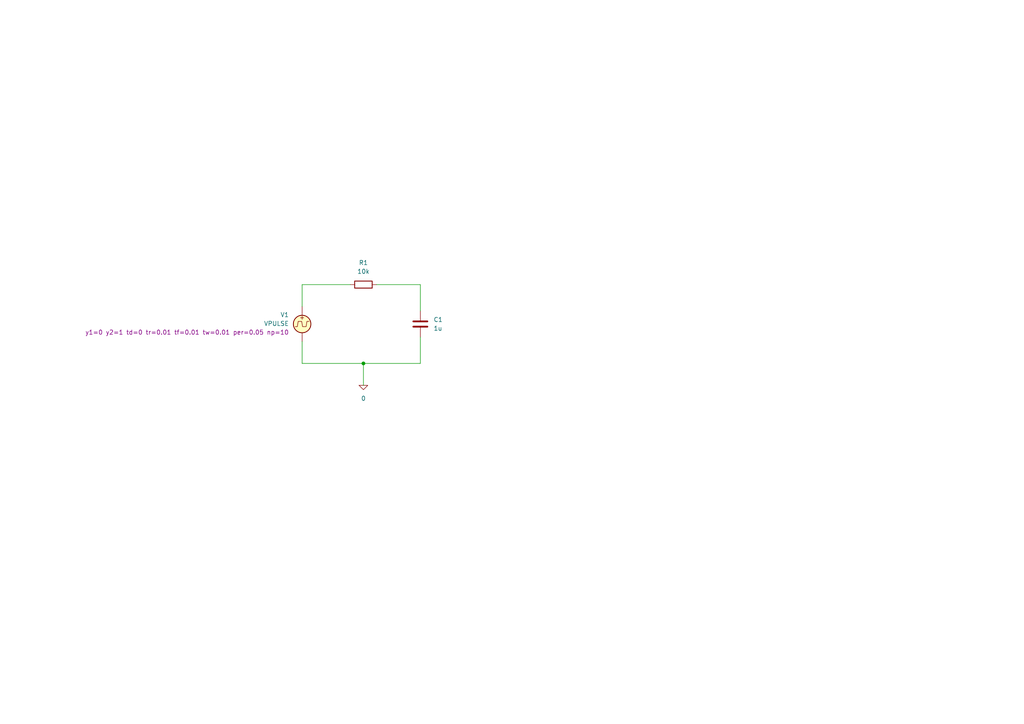
<source format=kicad_sch>
(kicad_sch (version 20250114) (generator "eeschema") (generator_version "9.0")
  (paper "A4")
  (lib_symbols
    (symbol "Device:C" (pin_numbers (hide yes)) (pin_names (offset 0.254))
      (property "Reference" "C" (at 0.635 2.54 0))
      (property "Value" "C" (at 0.635 -2.54 0))
      (symbol "C_0_1"
        (polyline (pts (xy -2.032 0.762) (xy 2.032 0.762)) (stroke (width 0.508)))
        (polyline (pts (xy -2.032 -0.762) (xy 2.032 -0.762)) (stroke (width 0.508)))
      )
      (symbol "C_1_1"
        (pin passive line (at 0 3.81 270) (length 2.794) (name "~") (number "1"))
        (pin passive line (at 0 -3.81 90) (length 2.794) (name "~") (number "2"))
      )
    )
    (symbol "Device:R" (pin_numbers (hide yes)) (pin_names (offset 0))
      (property "Reference" "R" (at 2.032 0 90))
      (property "Value" "R" (at 0 0 90))
      (symbol "R_0_1"
        (rectangle (start -1.016 -2.54) (end 1.016 2.54) (stroke (width 0.254)))
      )
      (symbol "R_1_1"
        (pin passive line (at 0 3.81 270) (length 1.27) (name "~") (number "1"))
        (pin passive line (at 0 -3.81 90) (length 1.27) (name "~") (number "2"))
      )
    )
    (symbol "Simulation_SPICE:0" (power) (pin_numbers (hide yes)) (pin_names (offset 0) (hide yes))
      (property "Value" "0" (at 0 -2.54 0))
      (symbol "0_0_1"
        (polyline (pts (xy -1.27 0) (xy 0 -1.27) (xy 1.27 0) (xy -1.27 0)))
      )
      (symbol "0_1_1"
        (pin power_in line (at 0 0 0) (length 0) (name "~") (number "1"))
      )
    )
    (symbol "Simulation_SPICE:VPULSE" (pin_numbers (hide yes)) (pin_names (offset 0.0254))
      (property "Reference" "V" (at 2.54 2.54 0))
      (property "Value" "VPULSE" (at 2.54 0 0))
      (property "Sim.Params" "y1=0 y2=1 td=2n tr=2n tf=2n tw=50n per=100n" (at 2.54 -2.54 0))
      (symbol "VPULSE_0_0"
        (polyline (pts (xy -2.032 -0.762) (xy -1.397 -0.762) (xy -1.143 0.762) (xy -0.127 0.762) (xy 0.127 -0.762) (xy 1.143 -0.762) (xy 1.397 0.762) (xy 2.032 0.762)))
        (text "+" (at 0 1.905 0) (effects (font (size 1.27 1.27))))
      )
      (symbol "VPULSE_0_1"
        (circle (center 0 0) (radius 2.54) (stroke (width 0.254)) (fill (type background)))
      )
      (symbol "VPULSE_1_1"
        (pin passive line (at 0 5.08 270) (length 2.54) (name "~") (number "1"))
        (pin passive line (at 0 -5.08 90) (length 2.54) (name "~") (number "2"))
      )
    )
  )
  (junction (at 105.41 105.41))
  (wire (pts (xy 121.92 105.41) (xy 105.41 105.41)))
  (wire (pts (xy 109.22 82.55) (xy 121.92 82.55)))
  (wire (pts (xy 87.63 82.55) (xy 87.63 88.9)))
  (wire (pts (xy 87.63 105.41) (xy 87.63 99.06)))
  (wire (pts (xy 105.41 105.41) (xy 87.63 105.41)))
  (wire (pts (xy 121.92 82.55) (xy 121.92 90.17)))
  (wire (pts (xy 121.92 97.79) (xy 121.92 105.41)))
  (wire (pts (xy 105.41 105.41) (xy 105.41 111.76)))
  (wire (pts (xy 87.63 82.55) (xy 101.6 82.55)))
  (symbol (lib_id "Device:C") (at 121.92 93.98 0) (unit 1)
    (property "Reference" "C1" (at 125.73 92.7099 0) (effects (justify left)))
    (property "Value" "1u" (at 125.73 95.2499 0) (effects (justify left)))
    (property "Description" "Unpolarized capacitor" (effects (hide yes)))
  )
  (symbol (lib_id "Device:R") (at 105.41 82.55 90) (unit 1)
    (property "Reference" "R1" (at 105.41 76.2 90))
    (property "Value" "10k" (at 105.41 78.74 90))
    (property "Description" "Resistor" (effects (hide yes)))
  )
  (symbol (lib_id "Simulation_SPICE:VPULSE") (at 87.63 93.98 0) (unit 1)
    (property "Reference" "V1" (at 83.82 91.3101 0) (effects (justify right)))
    (property "Value" "VPULSE" (at 83.82 93.8501 0) (effects (justify right)))
    (property "Datasheet" "https://ngspice.sourceforge.io/docs/ngspice-html-manual/manual.xhtml#sec_Independent_Sources_for" (effects (hide yes)))
    (property "Description" "Voltage source, pulse" (effects (hide yes)))
    (property "Sim.Pins" "1=+ 2=-" (effects (hide yes)))
    (property "Sim.Type" "PULSE" (effects (hide yes)))
    (property "Sim.Device" "V" (effects (hide yes)))
    (property "Sim.Params" "y1=0 y2=1 td=0 tr=0.01 tf=0.01 tw=0.01 per=0.05 np=10" (at 83.82 96.3901 0) (effects (justify right)))
  )
  (symbol (lib_id "Simulation_SPICE:0") (at 105.41 111.76 0) (unit 1)
    (property "Reference" "#GND01" (effects (hide yes)))
    (property "Value" "0" (at 105.41 115.57 0))
    (property "Datasheet" "https://ngspice.sourceforge.io/docs/ngspice-html-manual/manual.xhtml#subsec_Circuit_elements__device" (effects (hide yes)))
    (property "Description" "0V reference potential for simulation" (effects (hide yes)))
  )
)
</source>
